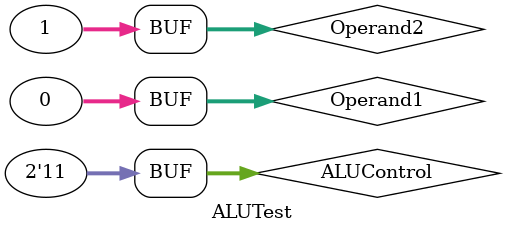
<source format=v>
`timescale 1ns/1ns

module ALUTest();
    
    reg [31:0] Operand1;
    reg [31:0] Operand2;
    reg [1:0] ALUControl;

    wire [31:0] ALUResult;
    wire Zero;
    
    ALU alu(Operand1, Operand2, ALUControl, ALUResult, Zero);
    
    initial
    begin
      /*
       Operand1 = 32'b00000000000000000000000001010101; // 85
       Operand2 = 32'b00000000000000000000000001010101; // 85
       ALUControl = 4'b10;
       
       #20
       Operand1 = 32'b00000000000000000000000001010101; // 85
       Operand2 = 32'b00000000000000000000000001010101; // 85
       ALUControl = 4'b11;      
       */ 
        /*
       Operand1 = 32'b00000000000000000000000001010101; // 85
       Operand2 = 32'b00000000000000000100000010101010; // 16554
       ALUControl = 4'b00;
       
       #20
       // AND
       ALUControl = 4'b00;
       
       #20
       // OR
       ALUControl = 4'b01;
       
       #20
       // ADD
       ALUControl = 4'b10;
       
       #20
       // SUB
       ALUControl = 4'b11;

       #50       
       Operand1 = 32'b00000000000000000000000001010101; 
       Operand2 = 32'b00000000000000000000000001010101; 

       #20
       ALUControl = 4'b11;
       
       */
       
              
       Operand1 = 32'b00000000000000000000000000000000; 
       Operand2 = 32'b00000000000000000000000000000001; 
       ALUControl = 4'b11;
       
       #20;
       
    end

      initial begin

        $dumpfile("alutest.vcd");
        $dumpvars(0,ALUTest);  

      end
    
endmodule


</source>
